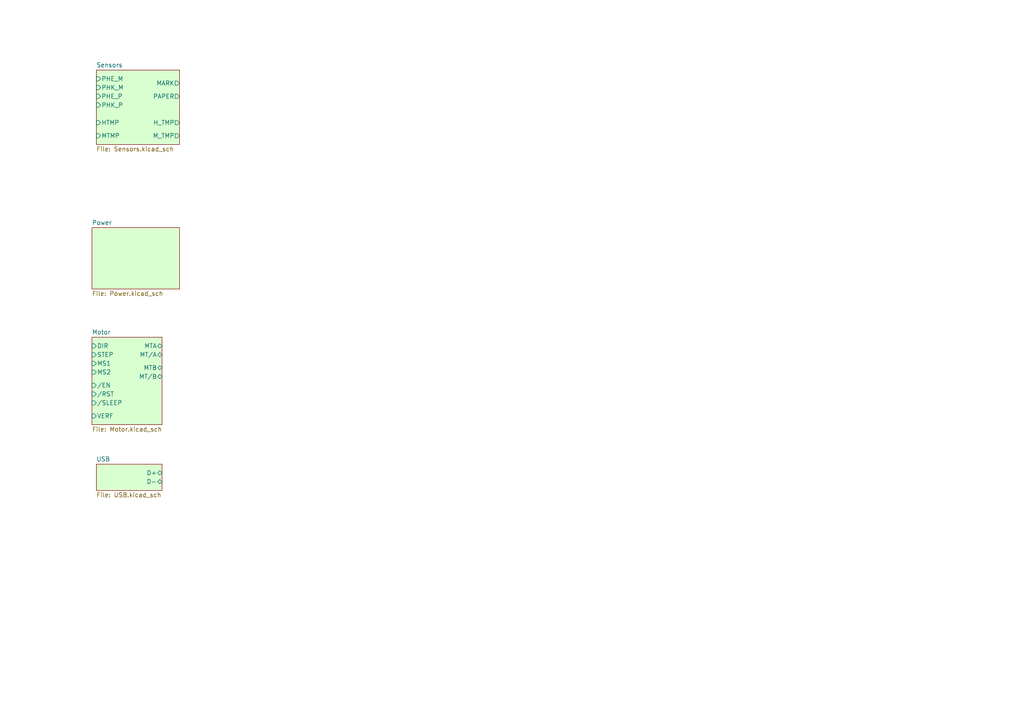
<source format=kicad_sch>
(kicad_sch
	(version 20250114)
	(generator "eeschema")
	(generator_version "9.0")
	(uuid "a351af57-4353-47da-9f45-7393de572768")
	(paper "A4")
	(title_block
		(title "Lark Print Engine")
		(date "2025-10-08")
		(rev "01.00.01")
		(comment 1 "Thermal Print Engine")
		(comment 2 "Designer: HamSlices")
		(comment 3 "The Lark Project")
	)
	(lib_symbols)
	(sheet
		(at 26.67 97.79)
		(size 20.32 25.4)
		(exclude_from_sim no)
		(in_bom yes)
		(on_board yes)
		(dnp no)
		(fields_autoplaced yes)
		(stroke
			(width 0.1524)
			(type solid)
		)
		(fill
			(color 217 255 208 1.0000)
		)
		(uuid "4f6e6a31-1617-4951-bb1f-ffce39c005db")
		(property "Sheetname" "Motor"
			(at 26.67 97.0784 0)
			(effects
				(font
					(size 1.27 1.27)
				)
				(justify left bottom)
			)
		)
		(property "Sheetfile" "Motor.kicad_sch"
			(at 26.67 123.7746 0)
			(effects
				(font
					(size 1.27 1.27)
				)
				(justify left top)
			)
		)
		(pin "MTA" bidirectional
			(at 46.99 100.33 0)
			(uuid "a531be03-f016-47bb-aa1b-7c12372fc791")
			(effects
				(font
					(size 1.27 1.27)
				)
				(justify right)
			)
		)
		(pin "MT{slash}A" bidirectional
			(at 46.99 102.87 0)
			(uuid "43a17162-3250-4197-96ef-69ed4b7cd9e9")
			(effects
				(font
					(size 1.27 1.27)
				)
				(justify right)
			)
		)
		(pin "MTB" bidirectional
			(at 46.99 106.68 0)
			(uuid "b2991f85-435f-491d-be73-64bf98464dc0")
			(effects
				(font
					(size 1.27 1.27)
				)
				(justify right)
			)
		)
		(pin "MT{slash}B" bidirectional
			(at 46.99 109.22 0)
			(uuid "0b16bfe5-643e-4508-b39f-c5f49dd0f125")
			(effects
				(font
					(size 1.27 1.27)
				)
				(justify right)
			)
		)
		(pin "DIR" input
			(at 26.67 100.33 180)
			(uuid "8f5d210d-17d6-41c2-a781-c7d2eaee7259")
			(effects
				(font
					(size 1.27 1.27)
				)
				(justify left)
			)
		)
		(pin "STEP" input
			(at 26.67 102.87 180)
			(uuid "fe9ec251-47e7-45d1-8bbb-ca445dfba18a")
			(effects
				(font
					(size 1.27 1.27)
				)
				(justify left)
			)
		)
		(pin "MS1" input
			(at 26.67 105.41 180)
			(uuid "adb239a0-2b1b-4363-8adc-51eb8f7161a7")
			(effects
				(font
					(size 1.27 1.27)
				)
				(justify left)
			)
		)
		(pin "MS2" input
			(at 26.67 107.95 180)
			(uuid "a613ceee-cfe7-4392-8300-d5798fd3ecb2")
			(effects
				(font
					(size 1.27 1.27)
				)
				(justify left)
			)
		)
		(pin "{slash}EN" input
			(at 26.67 111.76 180)
			(uuid "37ff3f1d-0c7c-4c02-b4f6-d1cb95b8c94f")
			(effects
				(font
					(size 1.27 1.27)
				)
				(justify left)
			)
		)
		(pin "{slash}RST" input
			(at 26.67 114.3 180)
			(uuid "1ae9d6f5-2ca1-49b5-9579-7e2a1ed5ca08")
			(effects
				(font
					(size 1.27 1.27)
				)
				(justify left)
			)
		)
		(pin "{slash}SLEEP" input
			(at 26.67 116.84 180)
			(uuid "affe6060-2c9e-44c5-8b68-2e698f0ccfd2")
			(effects
				(font
					(size 1.27 1.27)
				)
				(justify left)
			)
		)
		(pin "VERF" input
			(at 26.67 120.65 180)
			(uuid "cd93f8a2-1579-4847-9c71-1dda284da1b8")
			(effects
				(font
					(size 1.27 1.27)
				)
				(justify left)
			)
		)
		(instances
			(project "Lark"
				(path "/a351af57-4353-47da-9f45-7393de572768"
					(page "4")
				)
			)
		)
	)
	(sheet
		(at 27.94 134.62)
		(size 19.05 7.62)
		(exclude_from_sim no)
		(in_bom yes)
		(on_board yes)
		(dnp no)
		(fields_autoplaced yes)
		(stroke
			(width 0.1524)
			(type solid)
		)
		(fill
			(color 217 255 208 1.0000)
		)
		(uuid "9aa817d4-eb96-4675-9e22-be0e45d55bef")
		(property "Sheetname" "USB"
			(at 27.94 133.9084 0)
			(effects
				(font
					(size 1.27 1.27)
				)
				(justify left bottom)
			)
		)
		(property "Sheetfile" "USB.kicad_sch"
			(at 27.94 142.8246 0)
			(effects
				(font
					(size 1.27 1.27)
				)
				(justify left top)
			)
		)
		(pin "D+" bidirectional
			(at 46.99 137.16 0)
			(uuid "48b99329-fe56-45f9-a665-abc28c053a72")
			(effects
				(font
					(size 1.27 1.27)
				)
				(justify right)
			)
		)
		(pin "D-" bidirectional
			(at 46.99 139.7 0)
			(uuid "17ba33b5-a46c-4f6d-b8db-41ee01b1544d")
			(effects
				(font
					(size 1.27 1.27)
				)
				(justify right)
			)
		)
		(instances
			(project "Lark"
				(path "/a351af57-4353-47da-9f45-7393de572768"
					(page "5")
				)
			)
		)
	)
	(sheet
		(at 26.67 66.04)
		(size 25.4 17.78)
		(exclude_from_sim no)
		(in_bom yes)
		(on_board yes)
		(dnp no)
		(fields_autoplaced yes)
		(stroke
			(width 0.1524)
			(type solid)
		)
		(fill
			(color 217 255 208 1.0000)
		)
		(uuid "e2a48b8e-2a6a-42c1-ac2d-aa8bef5f3773")
		(property "Sheetname" "Power"
			(at 26.67 65.3284 0)
			(effects
				(font
					(size 1.27 1.27)
				)
				(justify left bottom)
			)
		)
		(property "Sheetfile" "Power.kicad_sch"
			(at 26.67 84.4046 0)
			(effects
				(font
					(size 1.27 1.27)
				)
				(justify left top)
			)
		)
		(instances
			(project "Lark"
				(path "/a351af57-4353-47da-9f45-7393de572768"
					(page "3")
				)
			)
		)
	)
	(sheet
		(at 27.94 20.32)
		(size 24.13 21.59)
		(exclude_from_sim no)
		(in_bom yes)
		(on_board yes)
		(dnp no)
		(fields_autoplaced yes)
		(stroke
			(width 0.1524)
			(type solid)
		)
		(fill
			(color 217 255 208 1.0000)
		)
		(uuid "e3e99bd1-20bf-4506-a33a-c7e187c8429b")
		(property "Sheetname" "Sensors"
			(at 27.94 19.6084 0)
			(effects
				(font
					(size 1.27 1.27)
				)
				(justify left bottom)
			)
		)
		(property "Sheetfile" "Sensors.kicad_sch"
			(at 27.94 42.4946 0)
			(effects
				(font
					(size 1.27 1.27)
				)
				(justify left top)
			)
		)
		(pin "MARK" output
			(at 52.07 24.13 0)
			(uuid "f153a685-6b49-4196-9b67-1ab06d1c3a8a")
			(effects
				(font
					(size 1.27 1.27)
				)
				(justify right)
			)
		)
		(pin "PAPER" output
			(at 52.07 27.94 0)
			(uuid "5242e4d5-dd44-4e4b-84f9-dc3d21199c60")
			(effects
				(font
					(size 1.27 1.27)
				)
				(justify right)
			)
		)
		(pin "PHE_M" input
			(at 27.94 22.86 180)
			(uuid "9b9c5d60-5509-4ec9-bff6-f9ebef753fad")
			(effects
				(font
					(size 1.27 1.27)
				)
				(justify left)
			)
		)
		(pin "PHK_M" input
			(at 27.94 25.4 180)
			(uuid "0d76bc33-c982-459e-964b-389e1c0fb7b8")
			(effects
				(font
					(size 1.27 1.27)
				)
				(justify left)
			)
		)
		(pin "PHE_P" input
			(at 27.94 27.94 180)
			(uuid "4078297f-0604-4e3a-bcfb-32f1232ed0d0")
			(effects
				(font
					(size 1.27 1.27)
				)
				(justify left)
			)
		)
		(pin "PHK_P" input
			(at 27.94 30.48 180)
			(uuid "e22b16d1-29cc-4f3b-8565-691c15f22e73")
			(effects
				(font
					(size 1.27 1.27)
				)
				(justify left)
			)
		)
		(pin "HTMP" input
			(at 27.94 35.56 180)
			(uuid "0c63c9f7-e295-44f2-8b76-9b7c25c24b4d")
			(effects
				(font
					(size 1.27 1.27)
				)
				(justify left)
			)
		)
		(pin "H_TMP" output
			(at 52.07 35.56 0)
			(uuid "76ecd485-98bc-43f3-a7fc-5cb11bc6f315")
			(effects
				(font
					(size 1.27 1.27)
				)
				(justify right)
			)
		)
		(pin "MTMP" input
			(at 27.94 39.37 180)
			(uuid "d0cf3792-e7a7-4df5-86f8-42e00f4e0d7b")
			(effects
				(font
					(size 1.27 1.27)
				)
				(justify left)
			)
		)
		(pin "M_TMP" output
			(at 52.07 39.37 0)
			(uuid "6caf40c1-4e2f-42fd-b62d-b7f71cd4cebd")
			(effects
				(font
					(size 1.27 1.27)
				)
				(justify right)
			)
		)
		(instances
			(project "Lark"
				(path "/a351af57-4353-47da-9f45-7393de572768"
					(page "2")
				)
			)
		)
	)
	(sheet_instances
		(path "/"
			(page "1")
		)
	)
	(embedded_fonts no)
)

</source>
